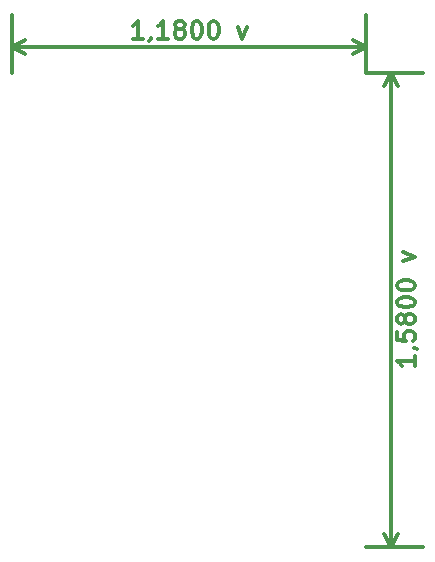
<source format=gbr>
G04 #@! TF.FileFunction,Drawing*
%FSLAX46Y46*%
G04 Gerber Fmt 4.6, Leading zero omitted, Abs format (unit mm)*
G04 Created by KiCad (PCBNEW 0.201503251001+5534~22~ubuntu14.04.1-product) date St 25. březen 2015, 23:52:07 CET*
%MOMM*%
G01*
G04 APERTURE LIST*
%ADD10C,0.300000*%
G04 APERTURE END LIST*
D10*
X34350071Y16391430D02*
X34350071Y15534287D01*
X34350071Y15962859D02*
X32850071Y15962859D01*
X33064357Y15820002D01*
X33207214Y15677144D01*
X33278643Y15534287D01*
X34278643Y17105715D02*
X34350071Y17105715D01*
X34492929Y17034287D01*
X34564357Y16962858D01*
X32850071Y18462859D02*
X32850071Y17748573D01*
X33564357Y17677144D01*
X33492929Y17748573D01*
X33421500Y17891430D01*
X33421500Y18248573D01*
X33492929Y18391430D01*
X33564357Y18462859D01*
X33707214Y18534287D01*
X34064357Y18534287D01*
X34207214Y18462859D01*
X34278643Y18391430D01*
X34350071Y18248573D01*
X34350071Y17891430D01*
X34278643Y17748573D01*
X34207214Y17677144D01*
X33492929Y19391430D02*
X33421500Y19248572D01*
X33350071Y19177144D01*
X33207214Y19105715D01*
X33135786Y19105715D01*
X32992929Y19177144D01*
X32921500Y19248572D01*
X32850071Y19391430D01*
X32850071Y19677144D01*
X32921500Y19820001D01*
X32992929Y19891430D01*
X33135786Y19962858D01*
X33207214Y19962858D01*
X33350071Y19891430D01*
X33421500Y19820001D01*
X33492929Y19677144D01*
X33492929Y19391430D01*
X33564357Y19248572D01*
X33635786Y19177144D01*
X33778643Y19105715D01*
X34064357Y19105715D01*
X34207214Y19177144D01*
X34278643Y19248572D01*
X34350071Y19391430D01*
X34350071Y19677144D01*
X34278643Y19820001D01*
X34207214Y19891430D01*
X34064357Y19962858D01*
X33778643Y19962858D01*
X33635786Y19891430D01*
X33564357Y19820001D01*
X33492929Y19677144D01*
X32850071Y20891429D02*
X32850071Y21034286D01*
X32921500Y21177143D01*
X32992929Y21248572D01*
X33135786Y21320001D01*
X33421500Y21391429D01*
X33778643Y21391429D01*
X34064357Y21320001D01*
X34207214Y21248572D01*
X34278643Y21177143D01*
X34350071Y21034286D01*
X34350071Y20891429D01*
X34278643Y20748572D01*
X34207214Y20677143D01*
X34064357Y20605715D01*
X33778643Y20534286D01*
X33421500Y20534286D01*
X33135786Y20605715D01*
X32992929Y20677143D01*
X32921500Y20748572D01*
X32850071Y20891429D01*
X32850071Y22320000D02*
X32850071Y22462857D01*
X32921500Y22605714D01*
X32992929Y22677143D01*
X33135786Y22748572D01*
X33421500Y22820000D01*
X33778643Y22820000D01*
X34064357Y22748572D01*
X34207214Y22677143D01*
X34278643Y22605714D01*
X34350071Y22462857D01*
X34350071Y22320000D01*
X34278643Y22177143D01*
X34207214Y22105714D01*
X34064357Y22034286D01*
X33778643Y21962857D01*
X33421500Y21962857D01*
X33135786Y22034286D01*
X32992929Y22105714D01*
X32921500Y22177143D01*
X32850071Y22320000D01*
X33350071Y24462857D02*
X34350071Y24820000D01*
X33350071Y25177142D01*
X32321500Y254000D02*
X32321500Y40386000D01*
X30226000Y254000D02*
X35021500Y254000D01*
X30226000Y40386000D02*
X35021500Y40386000D01*
X32321500Y40386000D02*
X32907921Y39259496D01*
X32321500Y40386000D02*
X31735079Y39259496D01*
X32321500Y254000D02*
X32907921Y1380504D01*
X32321500Y254000D02*
X31735079Y1380504D01*
X11311430Y43279929D02*
X10454287Y43279929D01*
X10882859Y43279929D02*
X10882859Y44779929D01*
X10740002Y44565643D01*
X10597144Y44422786D01*
X10454287Y44351357D01*
X12025715Y43351357D02*
X12025715Y43279929D01*
X11954287Y43137071D01*
X11882858Y43065643D01*
X13454287Y43279929D02*
X12597144Y43279929D01*
X13025716Y43279929D02*
X13025716Y44779929D01*
X12882859Y44565643D01*
X12740001Y44422786D01*
X12597144Y44351357D01*
X14311430Y44137071D02*
X14168572Y44208500D01*
X14097144Y44279929D01*
X14025715Y44422786D01*
X14025715Y44494214D01*
X14097144Y44637071D01*
X14168572Y44708500D01*
X14311430Y44779929D01*
X14597144Y44779929D01*
X14740001Y44708500D01*
X14811430Y44637071D01*
X14882858Y44494214D01*
X14882858Y44422786D01*
X14811430Y44279929D01*
X14740001Y44208500D01*
X14597144Y44137071D01*
X14311430Y44137071D01*
X14168572Y44065643D01*
X14097144Y43994214D01*
X14025715Y43851357D01*
X14025715Y43565643D01*
X14097144Y43422786D01*
X14168572Y43351357D01*
X14311430Y43279929D01*
X14597144Y43279929D01*
X14740001Y43351357D01*
X14811430Y43422786D01*
X14882858Y43565643D01*
X14882858Y43851357D01*
X14811430Y43994214D01*
X14740001Y44065643D01*
X14597144Y44137071D01*
X15811429Y44779929D02*
X15954286Y44779929D01*
X16097143Y44708500D01*
X16168572Y44637071D01*
X16240001Y44494214D01*
X16311429Y44208500D01*
X16311429Y43851357D01*
X16240001Y43565643D01*
X16168572Y43422786D01*
X16097143Y43351357D01*
X15954286Y43279929D01*
X15811429Y43279929D01*
X15668572Y43351357D01*
X15597143Y43422786D01*
X15525715Y43565643D01*
X15454286Y43851357D01*
X15454286Y44208500D01*
X15525715Y44494214D01*
X15597143Y44637071D01*
X15668572Y44708500D01*
X15811429Y44779929D01*
X17240000Y44779929D02*
X17382857Y44779929D01*
X17525714Y44708500D01*
X17597143Y44637071D01*
X17668572Y44494214D01*
X17740000Y44208500D01*
X17740000Y43851357D01*
X17668572Y43565643D01*
X17597143Y43422786D01*
X17525714Y43351357D01*
X17382857Y43279929D01*
X17240000Y43279929D01*
X17097143Y43351357D01*
X17025714Y43422786D01*
X16954286Y43565643D01*
X16882857Y43851357D01*
X16882857Y44208500D01*
X16954286Y44494214D01*
X17025714Y44637071D01*
X17097143Y44708500D01*
X17240000Y44779929D01*
X19382857Y44279929D02*
X19740000Y43279929D01*
X20097142Y44279929D01*
X254000Y42608500D02*
X30226000Y42608500D01*
X254000Y40386000D02*
X254000Y45308500D01*
X30226000Y40386000D02*
X30226000Y45308500D01*
X30226000Y42608500D02*
X29099496Y42022079D01*
X30226000Y42608500D02*
X29099496Y43194921D01*
X254000Y42608500D02*
X1380504Y42022079D01*
X254000Y42608500D02*
X1380504Y43194921D01*
M02*

</source>
